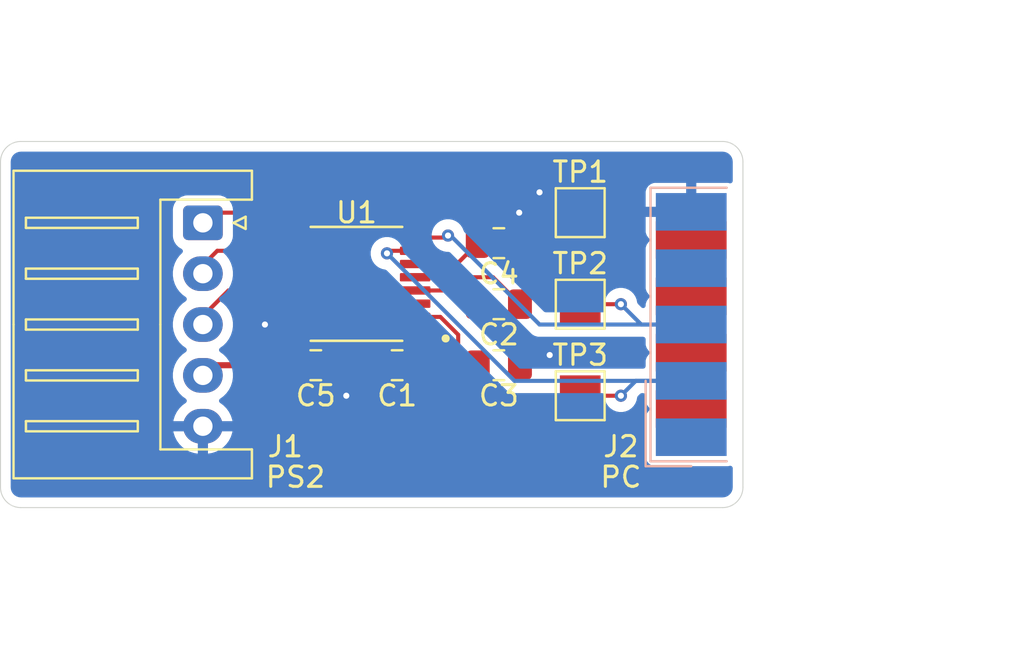
<source format=kicad_pcb>
(kicad_pcb (version 20241229) (generator "pcbnew") (generator_version "9.0")
  (layers (0 "F.Cu" signal) (2 "B.Cu" signal) (13 "F.Paste" user) (15 "B.Paste" user) (5 "F.SilkS" user "F.Silkscreen") (7 "B.SilkS" user "B.Silkscreen") (1 "F.Mask" user) (3 "B.Mask" user) (25 "Edge.Cuts" user))
  (net 0 "")
  (net 1 "Net-(U1-C1-)")
  (net 2 "Net-(U1-C1+)")
  (net 3 "Net-(U1-C2-)")
  (net 4 "Net-(U1-C2+)")
  (net 5 "Net-(U1-V+)")
  (net 6 "GND")
  (net 7 "Net-(U1-V-)")
  (net 8 "+3.3V")
  (net 9 "/VCORE_1V7")
  (net 10 "/EE_TXD")
  (net 11 "/EE_RXD")
  (net 12 "/PC_TXD")
  (net 13 "/PC_RXD")
  (footprint "TestPoint:TestPoint_Pad_2.0x2.0mm" (layer "F.Cu") (at 146 59)
    (property "Reference" "TP2" (at 0 -1.998 0) (layer "F.SilkS"))
    (property "Value" "PC_TXD" (hide yes))
    (fp_line (start -1.2 -1.2) (end 1.2 -1.2) (stroke (width 0.12)) (layer "F.SilkS"))
    (fp_line (start -1.2 1.2) (end -1.2 -1.2) (stroke (width 0.12)) (layer "F.SilkS"))
    (fp_line (start 1.2 -1.2) (end 1.2 1.2) (stroke (width 0.12)) (layer "F.SilkS"))
    (fp_line (start 1.2 1.2) (end -1.2 1.2) (stroke (width 0.12)) (layer "F.SilkS"))
    (pad "1" smd rect (at 0 0) (size 2 2) (layers "F.Cu" "F.Mask") (net 12 "/PC_TXD"))
  )
  (footprint "Capacitor_SMD:C_0805_2012Metric_Pad1.18x1.45mm_HandSolder" (layer "F.Cu") (at 137 62)
    (property "Reference" "C1" (at 0 1.5 0) (layer "F.SilkS"))
    (property "Value" "0.1μF" (hide yes))
    (fp_line (start -0.261252 -0.735) (end 0.261252 -0.735) (stroke (width 0.12)) (layer "F.SilkS"))
    (fp_line (start -0.261252 0.735) (end 0.261252 0.735) (stroke (width 0.12)) (layer "F.SilkS"))
    (pad "1" smd roundrect (at -1.0375 0) (size 1.175 1.45) (layers "F.Cu" "F.Mask" "F.Paste") (roundrect_rratio 0.212766) (net 1 "Net-(U1-C1-)"))
    (pad "2" smd roundrect (at 1.0375 0) (size 1.175 1.45) (layers "F.Cu" "F.Mask" "F.Paste") (roundrect_rratio 0.212766) (net 2 "Net-(U1-C1+)"))
  )
  (footprint "TestPoint:TestPoint_Pad_2.0x2.0mm" (layer "F.Cu") (at 146 54.5)
    (property "Reference" "TP1" (at 0 -1.998 0) (layer "F.SilkS"))
    (property "Value" "GND" (hide yes))
    (fp_line (start -1.2 -1.2) (end 1.2 -1.2) (stroke (width 0.12)) (layer "F.SilkS"))
    (fp_line (start -1.2 1.2) (end -1.2 -1.2) (stroke (width 0.12)) (layer "F.SilkS"))
    (fp_line (start 1.2 -1.2) (end 1.2 1.2) (stroke (width 0.12)) (layer "F.SilkS"))
    (fp_line (start 1.2 1.2) (end -1.2 1.2) (stroke (width 0.12)) (layer "F.SilkS"))
    (pad "1" smd rect (at 0 0) (size 2 2) (layers "F.Cu" "F.Mask") (net 6 "GND"))
  )
  (footprint "Connector_JST:JST_XH_S5B-XH-A_1x05_P2.50mm_Horizontal" (layer "F.Cu") (at 127.45 55 -90)
    (property "Reference" "J1" (at 11 -4.05 0) (layer "F.SilkS"))
    (property "Value" "PS2" (at 12.5 -4.55 0) (layer "F.SilkS"))
    (fp_line (start -2.56 9.31) (end -2.56 -2.41) (stroke (width 0.12)) (layer "F.SilkS"))
    (fp_line (start 5 9.31) (end -2.56 9.31) (stroke (width 0.12)) (layer "F.SilkS"))
    (fp_line (start 5 9.31) (end 12.56 9.31) (stroke (width 0.12)) (layer "F.SilkS"))
    (fp_line (start 12.56 9.31) (end 12.56 -2.41) (stroke (width 0.12)) (layer "F.SilkS"))
    (fp_line (start -0.25 8.7) (end 0.25 8.7) (stroke (width 0.12)) (layer "F.SilkS"))
    (fp_line (start 0.25 8.7) (end 0.25 3.2) (stroke (width 0.12)) (layer "F.SilkS"))
    (fp_line (start 2.25 8.7) (end 2.75 8.7) (stroke (width 0.12)) (layer "F.SilkS"))
    (fp_line (start 2.75 8.7) (end 2.75 3.2) (stroke (width 0.12)) (layer "F.SilkS"))
    (fp_line (start 4.75 8.7) (end 5.25 8.7) (stroke (width 0.12)) (layer "F.SilkS"))
    (fp_line (start 5.25 8.7) (end 5.25 3.2) (stroke (width 0.12)) (layer "F.SilkS"))
    (fp_line (start 7.25 8.7) (end 7.75 8.7) (stroke (width 0.12)) (layer "F.SilkS"))
    (fp_line (start 7.75 8.7) (end 7.75 3.2) (stroke (width 0.12)) (layer "F.SilkS"))
    (fp_line (start 9.75 8.7) (end 10.25 8.7) (stroke (width 0.12)) (layer "F.SilkS"))
    (fp_line (start 10.25 8.7) (end 10.25 3.2) (stroke (width 0.12)) (layer "F.SilkS"))
    (fp_line (start -0.25 3.2) (end -0.25 8.7) (stroke (width 0.12)) (layer "F.SilkS"))
    (fp_line (start 0.25 3.2) (end -0.25 3.2) (stroke (width 0.12)) (layer "F.SilkS"))
    (fp_line (start 2.25 3.2) (end 2.25 8.7) (stroke (width 0.12)) (layer "F.SilkS"))
    (fp_line (start 2.75 3.2) (end 2.25 3.2) (stroke (width 0.12)) (layer "F.SilkS"))
    (fp_line (start 4.75 3.2) (end 4.75 8.7) (stroke (width 0.12)) (layer "F.SilkS"))
    (fp_line (start 5.25 3.2) (end 4.75 3.2) (stroke (width 0.12)) (layer "F.SilkS"))
    (fp_line (start 7.25 3.2) (end 7.25 8.7) (stroke (width 0.12)) (layer "F.SilkS"))
    (fp_line (start 7.75 3.2) (end 7.25 3.2) (stroke (width 0.12)) (layer "F.SilkS"))
    (fp_line (start 9.75 3.2) (end 9.75 8.7) (stroke (width 0.12)) (layer "F.SilkS"))
    (fp_line (start 10.25 3.2) (end 9.75 3.2) (stroke (width 0.12)) (layer "F.SilkS"))
    (fp_line (start -1.14 2.09) (end 5 2.09) (stroke (width 0.12)) (layer "F.SilkS"))
    (fp_line (start 11.14 2.09) (end 5 2.09) (stroke (width 0.12)) (layer "F.SilkS"))
    (fp_line (start 0 -1.5) (end -0.3 -2.1) (stroke (width 0.12)) (layer "F.SilkS"))
    (fp_line (start -0.3 -2.1) (end 0.3 -2.1) (stroke (width 0.12)) (layer "F.SilkS"))
    (fp_line (start 0.3 -2.1) (end 0 -1.5) (stroke (width 0.12)) (layer "F.SilkS"))
    (fp_line (start -2.56 -2.41) (end -1.14 -2.41) (stroke (width 0.12)) (layer "F.SilkS"))
    (fp_line (start -1.14 -2.41) (end -1.14 2.09) (stroke (width 0.12)) (layer "F.SilkS"))
    (fp_line (start 11.14 -2.41) (end 11.14 2.09) (stroke (width 0.12)) (layer "F.SilkS"))
    (fp_line (start 12.56 -2.41) (end 11.14 -2.41) (stroke (width 0.12)) (layer "F.SilkS"))
    (pad "1" thru_hole roundrect (at 0 0 270) (size 1.7 1.95) (drill 0.95) (layers "*.Cu" "*.Mask") (roundrect_rratio 0.147059) (net 11 "/EE_RXD"))
    (pad "2" thru_hole oval (at 2.5 0 270) (size 1.7 1.95) (drill 0.95) (layers "*.Cu" "*.Mask") (net 10 "/EE_TXD"))
    (pad "3" thru_hole oval (at 5 0 270) (size 1.7 1.95) (drill 0.95) (layers "*.Cu" "*.Mask") (net 9 "/VCORE_1V7"))
    (pad "4" thru_hole oval (at 7.5 0 270) (size 1.7 1.95) (drill 0.95) (layers "*.Cu" "*.Mask") (net 8 "+3.3V"))
    (pad "5" thru_hole oval (at 10 0 270) (size 1.7 1.95) (drill 0.95) (layers "*.Cu" "*.Mask") (net 6 "GND"))
  )
  (footprint "TestPoint:TestPoint_Pad_2.0x2.0mm" (layer "F.Cu") (at 146 63.5)
    (property "Reference" "TP3" (at 0 -1.998 0) (layer "F.SilkS"))
    (property "Value" "PC_RXD" (hide yes))
    (fp_line (start -1.2 -1.2) (end 1.2 -1.2) (stroke (width 0.12)) (layer "F.SilkS"))
    (fp_line (start -1.2 1.2) (end -1.2 -1.2) (stroke (width 0.12)) (layer "F.SilkS"))
    (fp_line (start 1.2 -1.2) (end 1.2 1.2) (stroke (width 0.12)) (layer "F.SilkS"))
    (fp_line (start 1.2 1.2) (end -1.2 1.2) (stroke (width 0.12)) (layer "F.SilkS"))
    (pad "1" smd rect (at 0 0) (size 2 2) (layers "F.Cu" "F.Mask") (net 13 "/PC_RXD"))
  )
  (footprint "Capacitor_SMD:C_0805_2012Metric_Pad1.18x1.45mm_HandSolder" (layer "F.Cu") (at 142 56 180)
    (property "Reference" "C4" (at 0 -1.5 0) (layer "F.SilkS"))
    (property "Value" "0.1μF" (hide yes))
    (fp_line (start -0.261252 0.735) (end 0.261252 0.735) (stroke (width 0.12)) (layer "F.SilkS"))
    (fp_line (start -0.261252 -0.735) (end 0.261252 -0.735) (stroke (width 0.12)) (layer "F.SilkS"))
    (pad "1" smd roundrect (at -1.0375 0 180) (size 1.175 1.45) (layers "F.Cu" "F.Mask" "F.Paste") (roundrect_rratio 0.212766) (net 6 "GND"))
    (pad "2" smd roundrect (at 1.0375 0 180) (size 1.175 1.45) (layers "F.Cu" "F.Mask" "F.Paste") (roundrect_rratio 0.212766) (net 7 "Net-(U1-V-)"))
  )
  (footprint "Capacitor_SMD:C_0805_2012Metric_Pad1.18x1.45mm_HandSolder" (layer "F.Cu") (at 142 59 180)
    (property "Reference" "C2" (at 0 -1.5 0) (layer "F.SilkS"))
    (property "Value" "0.1μF" (hide yes))
    (fp_line (start -0.261252 0.735) (end 0.261252 0.735) (stroke (width 0.12)) (layer "F.SilkS"))
    (fp_line (start -0.261252 -0.735) (end 0.261252 -0.735) (stroke (width 0.12)) (layer "F.SilkS"))
    (pad "1" smd roundrect (at -1.0375 0 180) (size 1.175 1.45) (layers "F.Cu" "F.Mask" "F.Paste") (roundrect_rratio 0.212766) (net 3 "Net-(U1-C2-)"))
    (pad "2" smd roundrect (at 1.0375 0 180) (size 1.175 1.45) (layers "F.Cu" "F.Mask" "F.Paste") (roundrect_rratio 0.212766) (net 4 "Net-(U1-C2+)"))
  )
  (footprint "MAX3323EEUE:SOP65P640X110-16N" (layer "F.Cu") (at 135 58 180)
    (property "Reference" "U1" (at 0 3.5 0) (layer "F.SilkS"))
    (property "Value" "MAX3323EEUE" (hide yes))
    (fp_line (start -2.25 2.8) (end 2.25 2.8) (stroke (width 0.127)) (layer "F.SilkS"))
    (fp_line (start -2.25 -2.8) (end 2.25 -2.8) (stroke (width 0.127)) (layer "F.SilkS"))
    (fp_circle (center -4.385 -2.685) (end -4.285 -2.685) (stroke (width 0.2)) (fill no) (layer "F.SilkS"))
    (pad "1" smd roundrect (at -2.885 -2.275 180) (size 1.5 0.41) (layers "F.Cu" "F.Mask" "F.Paste") (roundrect_rratio 0.125) (net 2 "Net-(U1-C1+)"))
    (pad "2" smd roundrect (at -2.885 -1.625 180) (size 1.5 0.41) (layers "F.Cu" "F.Mask" "F.Paste") (roundrect_rratio 0.125) (net 5 "Net-(U1-V+)"))
    (pad "3" smd roundrect (at -2.885 -0.975 180) (size 1.5 0.41) (layers "F.Cu" "F.Mask" "F.Paste") (roundrect_rratio 0.125) (net 1 "Net-(U1-C1-)"))
    (pad "4" smd roundrect (at -2.885 -0.325 180) (size 1.5 0.41) (layers "F.Cu" "F.Mask" "F.Paste") (roundrect_rratio 0.125) (net 4 "Net-(U1-C2+)"))
    (pad "5" smd roundrect (at -2.885 0.325 180) (size 1.5 0.41) (layers "F.Cu" "F.Mask" "F.Paste") (roundrect_rratio 0.125) (net 3 "Net-(U1-C2-)"))
    (pad "6" smd roundrect (at -2.885 0.975 180) (size 1.5 0.41) (layers "F.Cu" "F.Mask" "F.Paste") (roundrect_rratio 0.125) (net 7 "Net-(U1-V-)"))
    (pad "7" smd roundrect (at -2.885 1.625 180) (size 1.5 0.41) (layers "F.Cu" "F.Mask" "F.Paste") (roundrect_rratio 0.125) (net 13 "/PC_RXD"))
    (pad "8" smd roundrect (at -2.885 2.275 180) (size 1.5 0.41) (layers "F.Cu" "F.Mask" "F.Paste") (roundrect_rratio 0.125) (net 12 "/PC_TXD"))
    (pad "9" smd roundrect (at 2.885 2.275 180) (size 1.5 0.41) (layers "F.Cu" "F.Mask" "F.Paste") (roundrect_rratio 0.125) (net 11 "/EE_RXD"))
    (pad "10" smd roundrect (at 2.885 1.625 180) (size 1.5 0.41) (layers "F.Cu" "F.Mask" "F.Paste") (roundrect_rratio 0.125) (net 10 "/EE_TXD"))
    (pad "11" smd roundrect (at 2.885 0.975 180) (size 1.5 0.41) (layers "F.Cu" "F.Mask" "F.Paste") (roundrect_rratio 0.125) (net 8 "+3.3V"))
    (pad "12" smd roundrect (at 2.885 0.325 180) (size 1.5 0.41) (layers "F.Cu" "F.Mask" "F.Paste") (roundrect_rratio 0.125) (net 8 "+3.3V"))
    (pad "13" smd roundrect (at 2.885 -0.325 180) (size 1.5 0.41) (layers "F.Cu" "F.Mask" "F.Paste") (roundrect_rratio 0.125) (net 9 "/VCORE_1V7"))
    (pad "14" smd roundrect (at 2.885 -0.975 180) (size 1.5 0.41) (layers "F.Cu" "F.Mask" "F.Paste") (roundrect_rratio 0.125) (net 8 "+3.3V"))
    (pad "15" smd roundrect (at 2.885 -1.625 180) (size 1.5 0.41) (layers "F.Cu" "F.Mask" "F.Paste") (roundrect_rratio 0.125) (net 6 "GND"))
    (pad "16" smd roundrect (at 2.885 -2.275 180) (size 1.5 0.41) (layers "F.Cu" "F.Mask" "F.Paste") (roundrect_rratio 0.125) (net 8 "+3.3V"))
  )
  (footprint "Capacitor_SMD:C_0805_2012Metric_Pad1.18x1.45mm_HandSolder" (layer "F.Cu") (at 133 62)
    (property "Reference" "C5" (at 0 1.5 0) (layer "F.SilkS"))
    (property "Value" "0.1μF" (hide yes))
    (fp_line (start -0.261252 -0.735) (end 0.261252 -0.735) (stroke (width 0.12)) (layer "F.SilkS"))
    (fp_line (start -0.261252 0.735) (end 0.261252 0.735) (stroke (width 0.12)) (layer "F.SilkS"))
    (pad "1" smd roundrect (at -1.0375 0) (size 1.175 1.45) (layers "F.Cu" "F.Mask" "F.Paste") (roundrect_rratio 0.212766) (net 8 "+3.3V"))
    (pad "2" smd roundrect (at 1.0375 0) (size 1.175 1.45) (layers "F.Cu" "F.Mask" "F.Paste") (roundrect_rratio 0.212766) (net 6 "GND"))
  )
  (footprint "Capacitor_SMD:C_0805_2012Metric_Pad1.18x1.45mm_HandSolder" (layer "F.Cu") (at 142 62)
    (property "Reference" "C3" (at 0 1.5 0) (layer "F.SilkS"))
    (property "Value" "0.1μF" (hide yes))
    (fp_line (start -0.261252 -0.735) (end 0.261252 -0.735) (stroke (width 0.12)) (layer "F.SilkS"))
    (fp_line (start -0.261252 0.735) (end 0.261252 0.735) (stroke (width 0.12)) (layer "F.SilkS"))
    (pad "1" smd roundrect (at -1.0375 0) (size 1.175 1.45) (layers "F.Cu" "F.Mask" "F.Paste") (roundrect_rratio 0.212766) (net 5 "Net-(U1-V+)"))
    (pad "2" smd roundrect (at 1.0375 0) (size 1.175 1.45) (layers "F.Cu" "F.Mask" "F.Paste") (roundrect_rratio 0.212766) (net 6 "GND"))
  )
  (footprint "Connector_Dsub:DSUB-9_Socket_EdgeMount_P2.77mm" (layer "B.Cu") (at 151.4575 60 -90)
    (property "Reference" "J2" (at 6 3.4575 0) (layer "F.SilkS"))
    (property "Value" "PC" (at 7.5 3.4575 0) (layer "F.SilkS"))
    (fp_line (start 6.963333 2.24) (end 2.77 2.24) (stroke (width 0.12)) (layer "B.SilkS"))
    (fp_line (start -6.723333 2) (end -6.723333 -1.74) (stroke (width 0.12)) (layer "B.SilkS"))
    (fp_line (start 6.723333 2) (end -6.723333 2) (stroke (width 0.12)) (layer "B.SilkS"))
    (fp_line (start 6.963333 0) (end 6.963333 2.24) (stroke (width 0.12)) (layer "B.SilkS"))
    (fp_line (start 6.723333 -1.74) (end 6.723333 2) (stroke (width 0.12)) (layer "B.SilkS"))
    (pad "1" smd rect (at 5.54 0 270) (size 1.846667 3.48) (layers "B.Cu" "B.Mask" "B.Paste"))
    (pad "2" smd rect (at 2.77 0 270) (size 1.846667 3.48) (layers "B.Cu" "B.Mask" "B.Paste") (net 13 "/PC_RXD"))
    (pad "3" smd rect (at 0 0 270) (size 1.846667 3.48) (layers "B.Cu" "B.Mask" "B.Paste") (net 12 "/PC_TXD"))
    (pad "4" smd rect (at -2.77 0 270) (size 1.846667 3.48) (layers "B.Cu" "B.Mask" "B.Paste"))
    (pad "5" smd rect (at -5.54 0 270) (size 1.846667 3.48) (layers "B.Cu" "B.Mask" "B.Paste") (net 6 "GND"))
    (pad "6" smd rect (at 4.155 0 270) (size 1.846667 3.48) (layers "F.Cu" "F.Mask" "F.Paste"))
    (pad "7" smd rect (at 1.385 0 270) (size 1.846667 3.48) (layers "F.Cu" "F.Mask" "F.Paste"))
    (pad "8" smd rect (at -1.385 0 270) (size 1.846667 3.48) (layers "F.Cu" "F.Mask" "F.Paste"))
    (pad "9" smd rect (at -4.155 0 270) (size 1.846667 3.48) (layers "F.Cu" "F.Mask" "F.Paste"))
  )
  (gr_line (start 154 52) (end 154 68) (stroke (width 0.05)) (layer "Edge.Cuts"))
  (gr_arc (start 118.5 69) (mid 117.792893 68.707107) (end 117.5 68) (stroke (width 0.05)) (layer "Edge.Cuts"))
  (gr_arc (start 153 51) (mid 153.707107 51.292893) (end 154 52) (stroke (width 0.05)) (layer "Edge.Cuts"))
  (gr_line (start 118.5 51) (end 153 51) (stroke (width 0.05)) (layer "Edge.Cuts"))
  (gr_line (start 153 69) (end 118.5 69) (stroke (width 0.05)) (layer "Edge.Cuts"))
  (gr_line (start 117.5 68) (end 117.5 52) (stroke (width 0.05)) (layer "Edge.Cuts"))
  (gr_arc (start 117.5 52) (mid 117.792893 51.292893) (end 118.5 51) (stroke (width 0.05)) (layer "Edge.Cuts"))
  (gr_arc (start 154 68) (mid 153.707107 68.707107) (end 153 69) (stroke (width 0.05)) (layer "Edge.Cuts"))
  (segment (start 135.9625 62) (end 135.9625 60.147501) (width 0.2) (layer "F.Cu") (net 1))
  (segment (start 137.135001 58.975) (end 137.885 58.975) (width 0.2) (layer "F.Cu") (net 1))
  (segment (start 135.9625 60.147501) (end 137.135001 58.975) (width 0.2) (layer "F.Cu") (net 1))
  (segment (start 138.0375 62) (end 138.0375 60.4275) (width 0.2) (layer "F.Cu") (net 2))
  (segment (start 138.0375 60.4275) (end 137.885 60.275) (width 0.2) (layer "F.Cu") (net 2))
  (segment (start 141.7125 57.675) (end 137.885 57.675) (width 0.2) (layer "F.Cu") (net 3))
  (segment (start 143.0375 59) (end 141.7125 57.675) (width 0.2) (layer "F.Cu") (net 3))
  (segment (start 140.2875 58.325) (end 137.885 58.325) (width 0.2) (layer "F.Cu") (net 4))
  (segment (start 140.9625 59) (end 140.2875 58.325) (width 0.2) (layer "F.Cu") (net 4))
  (segment (start 140 61.0375) (end 140 60.5) (width 0.2) (layer "F.Cu") (net 5))
  (segment (start 140.9625 62) (end 140 61.0375) (width 0.2) (layer "F.Cu") (net 5))
  (segment (start 139.125 59.625) (end 137.885 59.625) (width 0.2) (layer "F.Cu") (net 5))
  (segment (start 140 60.5) (end 139.125 59.625) (width 0.2) (layer "F.Cu") (net 5))
  (segment (start 143.0375 56) (end 143.0375 54.5375) (width 0.2) (layer "F.Cu") (net 6))
  (segment (start 146 54.5) (end 145 54.5) (width 0.2) (layer "F.Cu") (net 6))
  (segment (start 134.0375 63.0375) (end 134.5 63.5) (width 0.2) (layer "F.Cu") (net 6))
  (segment (start 144 62) (end 144.5 61.5) (width 0.2) (layer "F.Cu") (net 6))
  (segment (start 134.0375 62) (end 134.0375 63.0375) (width 0.2) (layer "F.Cu") (net 6))
  (segment (start 143.0375 54.5375) (end 143 54.5) (width 0.2) (layer "F.Cu") (net 6))
  (segment (start 130.5 60) (end 130.875 59.625) (width 0.2) (layer "F.Cu") (net 6))
  (segment (start 145 54.5) (end 144 53.5) (width 0.2) (layer "F.Cu") (net 6))
  (segment (start 130.875 59.625) (end 132.115 59.625) (width 0.2) (layer "F.Cu") (net 6))
  (segment (start 143.0375 62) (end 144 62) (width 0.2) (layer "F.Cu") (net 6))
  (via (at 134.5 63.5) (size 0.6) (drill 0.3) (layers "F.Cu" "B.Cu") (net 6))
  (via (at 130.5 60) (size 0.6) (drill 0.3) (layers "F.Cu" "B.Cu") (net 6))
  (via (at 144.5 61.5) (size 0.6) (drill 0.3) (layers "F.Cu" "B.Cu") (net 6))
  (via (at 144 53.5) (size 0.6) (drill 0.3) (layers "F.Cu" "B.Cu") (net 6))
  (via (at 143 54.5) (size 0.6) (drill 0.3) (layers "F.Cu" "B.Cu") (net 6))
  (segment (start 139.9375 57.025) (end 137.885 57.025) (width 0.2) (layer "F.Cu") (net 7))
  (segment (start 140.9625 56) (end 139.9375 57.025) (width 0.2) (layer "F.Cu") (net 7))
  (segment (start 132.887788 58.975) (end 133.5 59.587212) (width 0.3) (layer "F.Cu") (net 8))
  (segment (start 133.5 57.660001) (end 133.5 58.287212) (width 0.3) (layer "F.Cu") (net 8))
  (segment (start 133.5 59.587212) (end 133.5 59.662788) (width 0.3) (layer "F.Cu") (net 8))
  (segment (start 132.115 58.975) (end 132.887788 58.975) (width 0.3) (layer "F.Cu") (net 8))
  (segment (start 132.864999 57.025) (end 133.5 57.660001) (width 0.3) (layer "F.Cu") (net 8))
  (segment (start 127.5325 62) (end 131.9625 62) (width 0.3) (layer "F.Cu") (net 8))
  (segment (start 132.115 57.675) (end 132.887788 57.675) (width 0.3) (layer "F.Cu") (net 8))
  (segment (start 133.5 59.662788) (end 132.887788 60.275) (width 0.3) (layer "F.Cu") (net 8))
  (segment (start 131.9625 60.4275) (end 132.115 60.275) (width 0.2) (layer "F.Cu") (net 8))
  (segment (start 132.887788 60.275) (end 132.115 60.275) (width 0.3) (layer "F.Cu") (net 8))
  (segment (start 133.5 58.287212) (end 133.5 59.662788) (width 0.3) (layer "F.Cu") (net 8))
  (segment (start 132.115 57.025) (end 132.864999 57.025) (width 0.3) (layer "F.Cu") (net 8))
  (segment (start 132.887788 57.675) (end 133.5 58.287212) (width 0.3) (layer "F.Cu") (net 8))
  (segment (start 131.9625 62) (end 131.9625 60.4275) (width 0.3) (layer "F.Cu") (net 8))
  (segment (start 127.5325 59.5) (end 128.7075 58.325) (width 0.2) (layer "F.Cu") (net 9))
  (segment (start 128.7075 58.325) (end 132.115 58.325) (width 0.2) (layer "F.Cu") (net 9))
  (segment (start 127.5325 57) (end 128.1575 56.375) (width 0.2) (layer "F.Cu") (net 10))
  (segment (start 128.1575 56.375) (end 132.115 56.375) (width 0.2) (layer "F.Cu") (net 10))
  (segment (start 127.5325 54.5) (end 130.89 54.5) (width 0.2) (layer "F.Cu") (net 11))
  (segment (start 130.89 54.5) (end 132.115 55.725) (width 0.2) (layer "F.Cu") (net 11))
  (segment (start 137.885 55.725) (end 139.399997 55.725) (width 0.2) (layer "F.Cu") (net 12))
  (segment (start 148 59) (end 146 59) (width 0.2) (layer "F.Cu") (net 12))
  (segment (start 139.399997 55.725) (end 139.5 55.624997) (width 0.2) (layer "F.Cu") (net 12))
  (via (at 139.5 55.624997) (size 0.6) (drill 0.3) (layers "F.Cu" "B.Cu") (net 12))
  (via (at 148 59) (size 0.6) (drill 0.3) (layers "F.Cu" "B.Cu") (net 12))
  (segment (start 149 60) (end 148 59) (width 0.2) (layer "B.Cu") (net 12))
  (segment (start 139.624997 55.624997) (end 144 60) (width 0.2) (layer "B.Cu") (net 12))
  (segment (start 139.5 55.624997) (end 139.624997 55.624997) (width 0.2) (layer "B.Cu") (net 12))
  (segment (start 144 60) (end 151.4575 60) (width 0.2) (layer "B.Cu") (net 12))
  (segment (start 151.4575 60) (end 149 60) (width 0.2) (layer "B.Cu") (net 12))
  (segment (start 148 63.5) (end 146 63.5) (width 0.2) (layer "F.Cu") (net 13))
  (segment (start 137.885 56.375) (end 136.625 56.375) (width 0.2) (layer "F.Cu") (net 13))
  (segment (start 136.625 56.375) (end 136.5 56.5) (width 0.2) (layer "F.Cu") (net 13))
  (via (at 148 63.5) (size 0.6) (drill 0.3) (layers "F.Cu" "B.Cu") (net 13))
  (via (at 136.5 56.5) (size 0.6) (drill 0.3) (layers "F.Cu" "B.Cu") (net 13))
  (segment (start 151.4575 62.77) (end 148.73 62.77) (width 0.2) (layer "B.Cu") (net 13))
  (segment (start 142.77 62.77) (end 151.4575 62.77) (width 0.2) (layer "B.Cu") (net 13))
  (segment (start 148.73 62.77) (end 148 63.5) (width 0.2) (layer "B.Cu") (net 13))
  (segment (start 136.5 56.5) (end 142.77 62.77) (width 0.2) (layer "B.Cu") (net 13))
  (zone (net 6) (net_name "GND") (layer "B.Cu") (connect_pads (clearance 0.5)) (min_thickness 0.25) (fill yes (thermal_gap 0.5) (thermal_bridge_width 0.5))
    (polygon (pts (xy 117.5 51) (xy 117.5 69) (xy 154 69) (xy 154 51)))
  )
)
</source>
